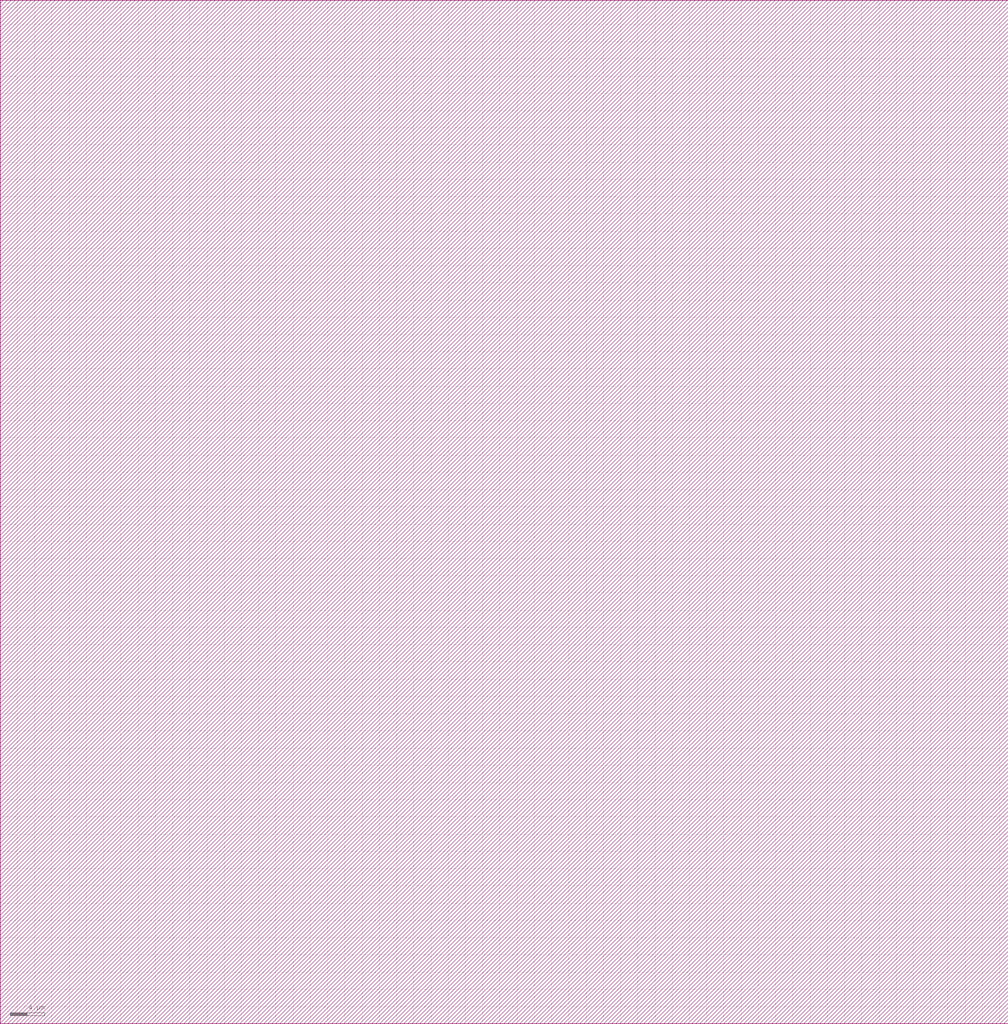
<source format=lef>
VERSION 5.6 ;

BUSBITCHARS "[]" ;

DIVIDERCHAR "/" ;

UNITS
    DATABASE MICRONS 1000 ;
END UNITS

MANUFACTURINGGRID 0.005000 ; 

CLEARANCEMEASURE EUCLIDEAN ; 

USEMINSPACING OBS ON ; 

SITE CoreSite
    CLASS CORE ;
    SIZE 0.600000 BY 0.300000 ;
END CoreSite

LAYER li
   TYPE ROUTING ;
   DIRECTION VERTICAL ;
   MINWIDTH 0.300000 ;
   AREA 0.056250 ;
   WIDTH 0.300000 ;
   SPACINGTABLE
      PARALLELRUNLENGTH 0.0
      WIDTH 0.0 0.225000 ;
   PITCH 0.600000 0.600000 ;
END li

LAYER mcon
    TYPE CUT ;
    SPACING 0.225000 ;
    WIDTH 0.300000 ;
    ENCLOSURE ABOVE 0.075000 0.075000 ;
    ENCLOSURE BELOW 0.000000 0.000000 ;
END mcon

LAYER met1
   TYPE ROUTING ;
   DIRECTION HORIZONTAL ;
   MINWIDTH 0.150000 ;
   AREA 0.084375 ;
   WIDTH 0.150000 ;
   SPACINGTABLE
      PARALLELRUNLENGTH 0.0
      WIDTH 0.0 0.150000 ;
   PITCH 0.300000 0.300000 ;
END met1

LAYER v1
    TYPE CUT ;
    SPACING 0.075000 ;
    WIDTH 0.300000 ;
    ENCLOSURE ABOVE 0.075000 0.075000 ;
    ENCLOSURE BELOW 0.075000 0.075000 ;
END v1

LAYER met2
   TYPE ROUTING ;
   DIRECTION VERTICAL ;
   MINWIDTH 0.150000 ;
   AREA 0.073125 ;
   WIDTH 0.150000 ;
   SPACINGTABLE
      PARALLELRUNLENGTH 0.0
      WIDTH 0.0 0.150000 ;
   PITCH 0.300000 0.300000 ;
END met2

LAYER v2
    TYPE CUT ;
    SPACING 0.150000 ;
    WIDTH 0.300000 ;
    ENCLOSURE ABOVE 0.075000 0.075000 ;
    ENCLOSURE BELOW 0.075000 0.000000 ;
END v2

LAYER met3
   TYPE ROUTING ;
   DIRECTION HORIZONTAL ;
   MINWIDTH 0.300000 ;
   AREA 0.241875 ;
   WIDTH 0.300000 ;
   SPACINGTABLE
      PARALLELRUNLENGTH 0.0
      WIDTH 0.0 0.300000 ;
   PITCH 0.600000 0.600000 ;
END met3

LAYER v3
    TYPE CUT ;
    SPACING 0.150000 ;
    WIDTH 0.450000 ;
    ENCLOSURE ABOVE 0.075000 0.075000 ;
    ENCLOSURE BELOW 0.075000 0.000000 ;
END v3

LAYER met4
   TYPE ROUTING ;
   DIRECTION VERTICAL ;
   MINWIDTH 0.300000 ;
   AREA 0.241875 ;
   WIDTH 0.300000 ;
   SPACINGTABLE
      PARALLELRUNLENGTH 0.0
      WIDTH 0.0 0.300000 ;
   PITCH 0.600000 0.600000 ;
END met4

LAYER v4
    TYPE CUT ;
    SPACING 0.450000 ;
    WIDTH 1.200000 ;
    ENCLOSURE ABOVE 0.150000 0.150000 ;
    ENCLOSURE BELOW 0.000000 0.000000 ;
END v4

LAYER met5
   TYPE ROUTING ;
   DIRECTION HORIZONTAL ;
   MINWIDTH 1.650000 ;
   AREA 4.005000 ;
   WIDTH 1.650000 ;
   SPACINGTABLE
      PARALLELRUNLENGTH 0.0
      WIDTH 0.0 1.650000 ;
   PITCH 3.300000 3.300000 ;
END met5

LAYER OVERLAP
   TYPE OVERLAP ;
END OVERLAP

VIA mcon_C DEFAULT
   LAYER li ;
     RECT -0.150000 -0.150000 0.150000 0.150000 ;
   LAYER mcon ;
     RECT -0.150000 -0.150000 0.150000 0.150000 ;
   LAYER met1 ;
     RECT -0.225000 -0.225000 0.225000 0.225000 ;
END mcon_C

VIA v1_C DEFAULT
   LAYER met1 ;
     RECT -0.225000 -0.225000 0.225000 0.225000 ;
   LAYER v1 ;
     RECT -0.150000 -0.150000 0.150000 0.150000 ;
   LAYER met2 ;
     RECT -0.225000 -0.225000 0.225000 0.225000 ;
END v1_C

VIA v2_C DEFAULT
   LAYER met2 ;
     RECT -0.150000 -0.225000 0.150000 0.225000 ;
   LAYER v2 ;
     RECT -0.150000 -0.150000 0.150000 0.150000 ;
   LAYER met3 ;
     RECT -0.225000 -0.225000 0.225000 0.225000 ;
END v2_C

VIA v2_Ch
   LAYER met2 ;
     RECT -0.225000 -0.150000 0.225000 0.150000 ;
   LAYER v2 ;
     RECT -0.150000 -0.150000 0.150000 0.150000 ;
   LAYER met3 ;
     RECT -0.225000 -0.225000 0.225000 0.225000 ;
END v2_Ch

VIA v2_Cv
   LAYER met2 ;
     RECT -0.150000 -0.225000 0.150000 0.225000 ;
   LAYER v2 ;
     RECT -0.150000 -0.150000 0.150000 0.150000 ;
   LAYER met3 ;
     RECT -0.225000 -0.225000 0.225000 0.225000 ;
END v2_Cv

VIA v3_C DEFAULT
   LAYER met3 ;
     RECT -0.300000 -0.225000 0.300000 0.225000 ;
   LAYER v3 ;
     RECT -0.225000 -0.225000 0.225000 0.225000 ;
   LAYER met4 ;
     RECT -0.300000 -0.300000 0.300000 0.300000 ;
END v3_C

VIA v3_Ch
   LAYER met3 ;
     RECT -0.300000 -0.225000 0.300000 0.225000 ;
   LAYER v3 ;
     RECT -0.225000 -0.225000 0.225000 0.225000 ;
   LAYER met4 ;
     RECT -0.300000 -0.300000 0.300000 0.300000 ;
END v3_Ch

VIA v3_Cv
   LAYER met3 ;
     RECT -0.300000 -0.225000 0.300000 0.225000 ;
   LAYER v3 ;
     RECT -0.225000 -0.225000 0.225000 0.225000 ;
   LAYER met4 ;
     RECT -0.300000 -0.300000 0.300000 0.300000 ;
END v3_Cv

VIA v4_C DEFAULT
   LAYER met4 ;
     RECT -0.600000 -0.600000 0.600000 0.600000 ;
   LAYER v4 ;
     RECT -0.600000 -0.600000 0.600000 0.600000 ;
   LAYER met5 ;
     RECT -0.750000 -0.750000 0.750000 0.750000 ;
END v4_C

MACRO _0_0std_0_0cells_0_0INVX1
    CLASS CORE ;
    FOREIGN _0_0std_0_0cells_0_0INVX1 0.000000 0.000000 ;
    ORIGIN 0.000000 0.000000 ;
    SIZE 2.400000 BY 2.700000 ;
    SYMMETRY X Y ;
    SITE CoreSite ;
    PIN A
        DIRECTION INPUT ;
        USE SIGNAL ;
        PORT
        LAYER li ;
        RECT 0.525000 2.325000 0.900000 2.400000 ;
        RECT 0.525000 2.100000 0.675000 2.325000 ;
        RECT 0.525000 2.025000 0.900000 2.100000 ;
        RECT 0.675000 2.100000 0.900000 2.325000 ;
        RECT 1.200000 1.050000 1.425000 1.275000 ;
        RECT 1.425000 1.050000 1.800000 1.275000 ;
        RECT 1.800000 1.050000 2.025000 1.275000 ;
        RECT 2.025000 1.050000 2.100000 1.275000 ;
        LAYER mcon ;
        RECT 0.675000 2.100000 0.900000 2.325000 ;
        RECT 1.200000 1.050000 1.425000 1.275000 ;
        LAYER met1 ;
        RECT 0.600000 2.325000 0.975000 2.400000 ;
        RECT 0.600000 2.100000 0.675000 2.325000 ;
        RECT 0.600000 2.025000 0.975000 2.100000 ;
        RECT 0.675000 2.100000 0.900000 2.325000 ;
        RECT 0.675000 1.275000 0.825000 2.025000 ;
        RECT 0.675000 1.125000 1.200000 1.275000 ;
        RECT 0.900000 2.100000 0.975000 2.325000 ;
        RECT 1.125000 1.050000 1.200000 1.125000 ;
        RECT 1.125000 0.975000 1.500000 1.050000 ;
        RECT 1.125000 1.275000 1.500000 1.350000 ;
        RECT 1.200000 1.050000 1.425000 1.275000 ;
        RECT 1.425000 1.050000 1.500000 1.275000 ;
        END
        ANTENNAGATEAREA 0.157500 ;
    END A
    PIN Y
        DIRECTION OUTPUT ;
        USE SIGNAL ;
        PORT
        LAYER li ;
        RECT 0.525000 0.525000 0.675000 0.675000 ;
        RECT 0.525000 0.300000 0.900000 0.525000 ;
        RECT 0.675000 1.725000 0.900000 1.800000 ;
        RECT 0.675000 1.500000 0.900000 1.725000 ;
        RECT 0.675000 0.750000 0.900000 1.500000 ;
        RECT 0.675000 0.525000 0.900000 0.750000 ;
        END
        ANTENNADIFFAREA 0.393750 ;
    END Y
    PIN Vdd
        DIRECTION INPUT ;
        USE POWER ;
        PORT
        LAYER li ;
        RECT 1.200000 2.325000 2.100000 2.400000 ;
        RECT 1.200000 2.100000 1.800000 2.325000 ;
        RECT 1.200000 1.950000 1.425000 2.100000 ;
        RECT 1.200000 1.725000 1.425000 1.950000 ;
        RECT 1.200000 1.650000 1.425000 1.725000 ;
        RECT 1.800000 2.100000 2.025000 2.325000 ;
        RECT 2.025000 2.100000 2.100000 2.325000 ;
        LAYER mcon ;
        RECT 1.800000 2.100000 2.025000 2.325000 ;
        LAYER met1 ;
        RECT 1.725000 2.325000 2.100000 2.400000 ;
        RECT 1.725000 2.100000 1.800000 2.325000 ;
        RECT 1.800000 2.100000 2.025000 2.325000 ;
        RECT 1.725000 2.025000 2.100000 2.100000 ;
        RECT 2.025000 2.100000 2.100000 2.325000 ;
        END
        ANTENNADIFFAREA 0.225000 ;
    END Vdd
    PIN GND
        DIRECTION INPUT ;
        USE GROUND ;
        PORT
        LAYER li ;
        RECT 1.200000 0.450000 1.425000 0.525000 ;
        RECT 1.200000 0.750000 1.425000 0.825000 ;
        RECT 1.200000 0.525000 1.425000 0.750000 ;
        RECT 1.725000 0.375000 1.800000 0.525000 ;
        RECT 1.725000 0.300000 2.100000 0.375000 ;
        RECT 1.425000 0.600000 2.100000 0.750000 ;
        RECT 1.425000 0.525000 1.800000 0.600000 ;
        RECT 1.800000 0.375000 2.025000 0.600000 ;
        RECT 2.025000 0.375000 2.100000 0.600000 ;
        LAYER mcon ;
        RECT 1.800000 0.375000 2.025000 0.600000 ;
        LAYER met1 ;
        RECT 1.725000 0.600000 2.100000 0.675000 ;
        RECT 1.725000 0.375000 1.800000 0.600000 ;
        RECT 1.725000 0.300000 2.100000 0.375000 ;
        RECT 1.800000 0.375000 2.025000 0.600000 ;
        RECT 2.025000 0.375000 2.100000 0.600000 ;
        END
        ANTENNADIFFAREA 0.168750 ;
    END GND
END _0_0std_0_0cells_0_0INVX1

MACRO welltap_svt
    CLASS CORE WELLTAP ;
    FOREIGN welltap_svt 0.000000 0.000000 ;
    ORIGIN 0.000000 0.000000 ;
    SIZE 1.200000 BY 2.100000 ;
    SYMMETRY X Y ;
    SITE CoreSite ;
    PIN Vdd
        DIRECTION INPUT ;
        USE POWER ;
        PORT
        LAYER li ;
        RECT 0.600000 1.500000 0.900000 1.800000 ;
        END
    END Vdd
    PIN GND
        DIRECTION INPUT ;
        USE GROUND ;
        PORT
        LAYER li ;
        RECT 0.600000 0.300000 0.900000 0.600000 ;
        END
    END GND
END welltap_svt

MACRO circuitppnp
   CLASS CORE ;
   FOREIGN circuitppnp 0.000000 0.000000 ;
   ORIGIN 0.000000 0.000000 ; 
   SIZE 117.000000 BY 118.800000 ; 
   SYMMETRY X Y ;
   SITE CoreSite ;
END circuitppnp

MACRO circuitwell
   CLASS CORE ;
   FOREIGN circuitwell 0.000000 0.000000 ;
   ORIGIN 0.000000 0.000000 ; 
   SIZE 117.000000 BY 118.800000 ; 
   SYMMETRY X Y ;
   SITE CoreSite ;
END circuitwell


</source>
